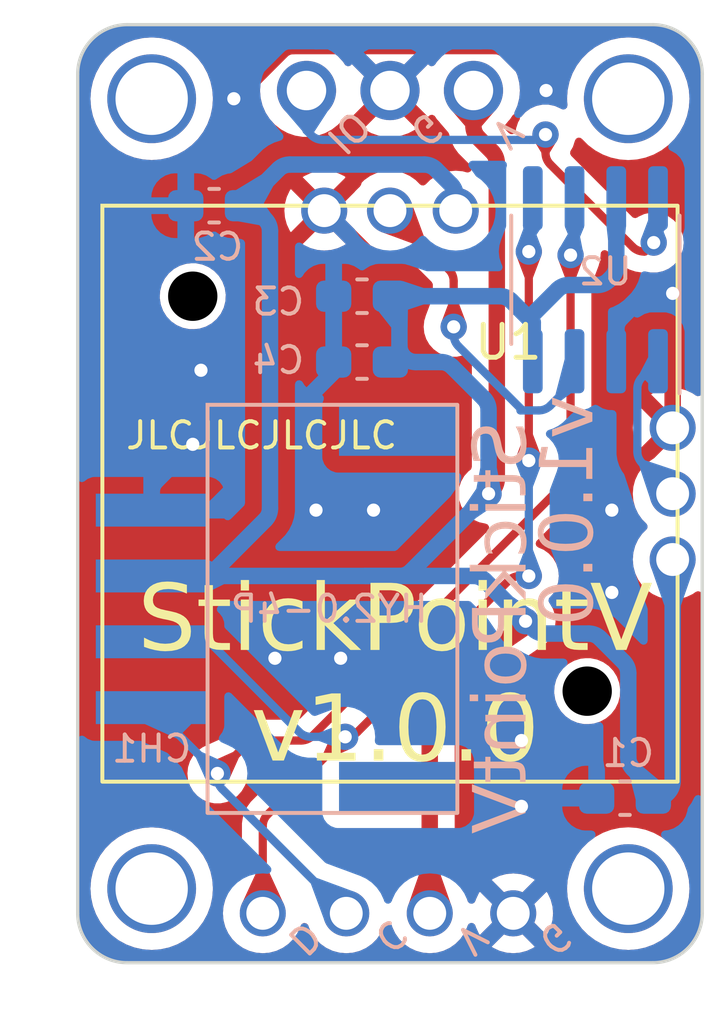
<source format=kicad_pcb>
(kicad_pcb (version 20221018) (generator pcbnew)
  (layers (0 "F.Cu" signal) (31 "B.Cu" signal) (34 "B.Paste" user) (35 "F.Paste" user) (36 "B.SilkS" user "B.Silkscreen") (37 "F.SilkS" user "F.Silkscreen") (38 "B.Mask" user) (39 "F.Mask" user) (44 "Edge.Cuts" user))
  (net 0 "")
  (net 1 "+3.3V")
  (net 2 "GND")
  (net 3 "/SCL")
  (net 4 "/SDA")
  (net 5 "/SWDIO")
  (net 6 "/XOUT")
  (net 7 "/YOUT")
  (footprint "$74th:M2_v2" (layer "F.Cu") (at 75.924 72.696)
    (fp_text reference "M2" hide)
    (fp_text value "M2_v2" hide)
    (pad "" thru_hole circle (at 0 0) (size 2.7 2.7) (drill 2.2) (layers "*.Cu" "*.Mask"))
  )
  (footprint "$74th:M2_v2" (layer "F.Cu") (at 75.924 48.696)
    (fp_text reference "M2" hide)
    (fp_text value "M2_v2" hide)
    (pad "" thru_hole circle (at 0 0) (size 2.7 2.7) (drill 2.2) (layers "*.Cu" "*.Mask"))
  )
  (footprint "$74th:JOYSTICK-B10K" (layer "F.Cu") (at 68.674 60.696)
    (fp_text reference "U1" (at 3.6 -4.6 unlocked) (layer "F.SilkS"))
    (fp_text value "joystick-b10k")
    (fp_rect (start -8.75 -8.75) (end 8.75 8.75) (stroke (width 0.12)) (fill none) (layer "F.SilkS"))
    (pad "" np_thru_hole circle (at -6 -6 90) (size 1.5 1.5) (drill 1.5) (layers "*.Mask"))
    (pad "" np_thru_hole circle (at 6 6 90) (size 1.5 1.5) (drill 1.5) (layers "*.Mask"))
    (pad "1" thru_hole circle (at 2 -8.6) (size 1.4 1.4) (drill 1) (layers "*.Cu" "*.Mask") (net 1 "+3.3V"))
    (pad "2" thru_hole circle (at 0 -8.6) (size 1.4 1.4) (drill 1) (layers "*.Cu" "*.Mask") (net 6 "/XOUT"))
    (pad "3" thru_hole circle (at -2 -8.6) (size 1.4 1.4) (drill 1) (layers "*.Cu" "*.Mask") (net 2 "GND"))
    (pad "4" thru_hole circle (at 8.6 2 90) (size 1.4 1.4) (drill 1) (layers "*.Cu" "*.Mask") (net 1 "+3.3V"))
    (pad "5" thru_hole circle (at 8.6 0 90) (size 1.4 1.4) (drill 1) (layers "*.Cu" "*.Mask") (net 7 "/YOUT"))
    (pad "6" thru_hole circle (at 8.6 -2 90) (size 1.4 1.4) (drill 1) (layers "*.Cu" "*.Mask") (net 2 "GND"))
  )
  (footprint "$74th:M2_v2" (layer "F.Cu") (at 61.424 48.696)
    (fp_text reference "M2" hide)
    (fp_text value "M2_v2" hide)
    (pad "" thru_hole circle (at 0 0) (size 2.7 2.7) (drill 2.2) (layers "*.Cu" "*.Mask"))
  )
  (footprint "$74th:M2_v2" (layer "F.Cu") (at 61.424 72.696)
    (fp_text reference "M2" hide)
    (fp_text value "M2_v2" hide)
    (pad "" thru_hole circle (at 0 0) (size 2.7 2.7) (drill 2.2) (layers "*.Cu" "*.Mask"))
  )
  (footprint "$74th:I2C_Breakout" (layer "B.Cu") (at 72.424 73.446 90)
    (fp_text reference "CH3" hide)
    (fp_text value "I2C_Breakout")
    (fp_text user "D" (at -0.762 -6.35 225 unlocked) (layer "B.SilkS") (effects (font (size 0.8 0.8) (thickness 0.12)) (justify mirror)))
    (fp_text user "G" (at -0.762 1.27 225 unlocked) (layer "B.SilkS") (effects (font (size 0.8 0.8) (thickness 0.12)) (justify mirror)))
    (fp_text user "V" (at -0.762 -1.27 225 unlocked) (layer "B.SilkS") (effects (font (size 0.8 0.8) (thickness 0.12)) (justify mirror)))
    (fp_text user "C" (at -1.016 -4.064 225 unlocked) (layer "B.SilkS") (effects (font (size 0.8 0.8) (thickness 0.12)) (justify left mirror)))
    (pad "1" thru_hole circle (at 0 0 90) (size 1.4 1.4) (drill 1) (layers "*.Cu" "*.Mask") (net 2 "GND"))
    (pad "2" thru_hole circle (at 0 -2.54 90) (size 1.4 1.4) (drill 1) (layers "*.Cu" "*.Mask") (net 1 "+3.3V"))
    (pad "3" thru_hole circle (at 0 -5.08 90) (size 1.4 1.4) (drill 1) (layers "*.Cu" "*.Mask") (net 3 "/SCL"))
    (pad "4" thru_hole circle (at 0 -7.62 90) (size 1.4 1.4) (drill 1) (layers "*.Cu" "*.Mask") (net 4 "/SDA"))
  )
  (footprint "$74th:Capacitor_0603_1608" (layer "B.Cu") (at 67.924 54.696 180)
    (fp_text reference "C3" (at 2.646 -0.168) (layer "B.SilkS") (effects (font (size 0.8 0.8) (thickness 0.12)) (justify mirror)))
    (fp_text value "100n")
    (fp_line (start -0.046267 -0.51) (end 0.246267 -0.51) (stroke (width 0.12)) (layer "B.SilkS"))
    (fp_line (start -0.046267 0.51) (end 0.246267 0.51) (stroke (width 0.12)) (layer "B.SilkS"))
    (pad "1" smd roundrect (at -0.7625 0 180) (size 1.075 0.95) (layers "B.Cu" "B.Paste" "B.Mask") (net 1 "+3.3V"))
    (pad "2" smd roundrect (at 0.9625 0 180) (size 1.075 0.95) (layers "B.Cu" "B.Paste" "B.Mask") (net 2 "GND"))
  )
  (footprint "$74th:HY2.0_Socket_SMD_4Pin" (layer "B.Cu") (at 61.424 64.196 -90)
    (fp_text reference "CH1" (at 4.25 0 unlocked) (layer "B.SilkS") (effects (font (size 0.8 0.8) (thickness 0.12)) (justify mirror)))
    (fp_text value "I2C_Grove")
    (fp_text user "HY2.0-4P" (at 0 -5.4 unlocked) (layer "B.SilkS") (effects (font (size 0.8 0.8) (thickness 0.12)) (justify mirror)))
    (fp_rect (start -6.2 -1.7) (end 6.2 -9.3) (stroke (width 0.12)) (fill none) (layer "B.SilkS"))
    (pad "" smd rect (at -5.4 -7.5 90) (size 1.5 3.6) (layers "B.Cu" "B.Paste" "B.Mask"))
    (pad "" smd rect (at 5.4 -7.5 90) (size 1.5 3.6) (layers "B.Cu" "B.Paste" "B.Mask"))
    (pad "1" smd rect (at 3 0 90) (size 1 3.4) (layers "B.Cu" "B.Paste" "B.Mask") (net 3 "/SCL"))
    (pad "2" smd rect (at 1 0 90) (size 1 3.4) (layers "B.Cu" "B.Paste" "B.Mask") (net 4 "/SDA"))
    (pad "3" smd rect (at -1 0 90) (size 1 3.4) (layers "B.Cu" "B.Paste" "B.Mask") (net 1 "+3.3V"))
    (pad "4" smd rect (at -3 0 90) (size 1 3.4) (layers "B.Cu" "B.Paste" "B.Mask") (net 2 "GND"))
  )
  (footprint "$74th:Capacitor_0603_1608" (layer "B.Cu") (at 67.924 56.696 180)
    (fp_text reference "C4" (at 2.646 0.054) (layer "B.SilkS") (effects (font (size 0.8 0.8) (thickness 0.12)) (justify mirror)))
    (fp_text value "1u")
    (fp_line (start -0.046267 -0.51) (end 0.246267 -0.51) (stroke (width 0.12)) (layer "B.SilkS"))
    (fp_line (start -0.046267 0.51) (end 0.246267 0.51) (stroke (width 0.12)) (layer "B.SilkS"))
    (pad "1" smd roundrect (at -0.7625 0 180) (size 1.075 0.95) (layers "B.Cu" "B.Paste" "B.Mask") (net 1 "+3.3V"))
    (pad "2" smd roundrect (at 0.9625 0 180) (size 1.075 0.95) (layers "B.Cu" "B.Paste" "B.Mask") (net 2 "GND"))
  )
  (footprint "$74th:SWD-1Wire" (layer "B.Cu") (at 68.674 48.446 90)
    (fp_text reference "CH2" hide)
    (fp_text value "SWD")
    (fp_text user "IO" (at -1.27 -1.27 225 unlocked) (layer "B.SilkS") (effects (font (size 0.8 0.8) (thickness 0.12)) (justify mirror)))
    (fp_text user "V" (at -1.27 3.556 225 unlocked) (layer "B.SilkS") (effects (font (size 0.8 0.8) (thickness 0.12)) (justify mirror)))
    (fp_text user "G" (at -1.524 0.762 225 unlocked) (layer "B.SilkS") (effects (font (size 0.8 0.8) (thickness 0.12)) (justify left mirror)))
    (pad "1" thru_hole circle (at 0 2.54 90) (size 1.8 1.8) (drill 1.2) (layers "*.Cu" "*.Mask") (net 1 "+3.3V"))
    (pad "2" thru_hole circle (at 0 0 90) (size 1.8 1.8) (drill 1.2) (layers "*.Cu" "*.Mask") (net 2 "GND"))
    (pad "3" thru_hole circle (at 0 -2.54 90) (size 1.8 1.8) (drill 1.2) (layers "*.Cu" "*.Mask") (net 5 "/SWDIO"))
  )
  (footprint "$74th:Capacitor_0603_1608" (layer "B.Cu") (at 75.924 69.946 180)
    (fp_text reference "C1" (at 0 1.366) (layer "B.SilkS") (effects (font (size 0.8 0.8) (thickness 0.12)) (justify mirror)))
    (fp_text value "100n")
    (fp_line (start -0.046267 -0.51) (end 0.246267 -0.51) (stroke (width 0.12)) (layer "B.SilkS"))
    (fp_line (start -0.046267 0.51) (end 0.246267 0.51) (stroke (width 0.12)) (layer "B.SilkS"))
    (pad "1" smd roundrect (at -0.7625 0 180) (size 1.075 0.95) (layers "B.Cu" "B.Paste" "B.Mask") (net 1 "+3.3V"))
    (pad "2" smd roundrect (at 0.9625 0 180) (size 1.075 0.95) (layers "B.Cu" "B.Paste" "B.Mask") (net 2 "GND"))
  )
  (footprint "$74th:Capacitor_0603_1608" (layer "B.Cu") (at 63.424 51.946 180)
    (fp_text reference "C2" (at 0 -1.25) (layer "B.SilkS") (effects (font (size 0.8 0.8) (thickness 0.12)) (justify mirror)))
    (fp_text value "100n")
    (fp_line (start -0.046267 -0.51) (end 0.246267 -0.51) (stroke (width 0.12)) (layer "B.SilkS"))
    (fp_line (start -0.046267 0.51) (end 0.246267 0.51) (stroke (width 0.12)) (layer "B.SilkS"))
    (pad "1" smd roundrect (at -0.7625 0 180) (size 1.075 0.95) (layers "B.Cu" "B.Paste" "B.Mask") (net 1 "+3.3V"))
    (pad "2" smd roundrect (at 0.9625 0 180) (size 1.075 0.95) (layers "B.Cu" "B.Paste" "B.Mask") (net 2 "GND"))
  )
  (footprint "Package_SO:SOIC-8_3.9x4.9mm_P1.27mm" (layer "B.Cu") (at 74.924 54.196 90)
    (fp_text reference "U2" (at 0.25 0.3) (layer "B.SilkS") (effects (font (size 0.8 0.8) (thickness 0.12)) (justify mirror)))
    (fp_text value "CH32V003J4M6")
    (fp_line (start 0 -2.56) (end -1.95 -2.56) (stroke (width 0.12)) (layer "B.SilkS"))
    (fp_line (start 0 -2.56) (end 1.95 -2.56) (stroke (width 0.12)) (layer "B.SilkS"))
    (fp_line (start 0 2.56) (end -3.45 2.56) (stroke (width 0.12)) (layer "B.SilkS"))
    (fp_line (start 0 2.56) (end 1.95 2.56) (stroke (width 0.12)) (layer "B.SilkS"))
    (pad "1" smd roundrect (at -2.475 1.905 90) (size 1.95 0.6) (layers "B.Cu" "B.Paste" "B.Mask") (net 7 "/YOUT"))
    (pad "2" smd roundrect (at -2.475 0.635 90) (size 1.95 0.6) (layers "B.Cu" "B.Paste" "B.Mask") (net 2 "GND"))
    (pad "3" smd roundrect (at -2.475 -0.635 90) (size 1.95 0.6) (layers "B.Cu" "B.Paste" "B.Mask") (net 6 "/XOUT"))
    (pad "4" smd roundrect (at -2.475 -1.905 90) (size 1.95 0.6) (layers "B.Cu" "B.Paste" "B.Mask") (net 1 "+3.3V"))
    (pad "5" smd roundrect (at 2.475 -1.905 90) (size 1.95 0.6) (layers "B.Cu" "B.Paste" "B.Mask") (net 4 "/SDA"))
    (pad "6" smd roundrect (at 2.475 -0.635 90) (size 1.95 0.6) (layers "B.Cu" "B.Paste" "B.Mask") (net 3 "/SCL"))
    (pad "7" smd roundrect (at 2.475 0.635 90) (size 1.95 0.6) (layers "B.Cu" "B.Paste" "B.Mask") (net 1 "+3.3V"))
    (pad "8" smd roundrect (at 2.475 1.905 90) (size 1.95 0.6) (layers "B.Cu" "B.Paste" "B.Mask") (net 5 "/SWDIO"))
  )
  (gr_line (start 78.174 47.946) (end 78.174 73.446) (stroke (width 0.1)) (layer "Edge.Cuts"))
  (gr_arc (start 60.674 74.946) (mid 59.61334 74.50666) (end 59.174 73.446) (stroke (width 0.1)) (layer "Edge.Cuts"))
  (gr_arc (start 78.174 73.446) (mid 77.73466 74.50666) (end 76.674 74.946) (stroke (width 0.1)) (layer "Edge.Cuts"))
  (gr_arc (start 76.674 46.446) (mid 77.73466 46.88534) (end 78.174 47.946) (stroke (width 0.1)) (layer "Edge.Cuts"))
  (gr_line (start 59.174 73.446) (end 59.174 47.946) (stroke (width 0.1)) (layer "Edge.Cuts"))
  (gr_line (start 76.674 74.946) (end 60.674 74.946) (stroke (width 0.1)) (layer "Edge.Cuts"))
  (gr_arc (start 59.174 47.946) (mid 59.61334 46.88534) (end 60.674 46.446) (stroke (width 0.1)) (layer "Edge.Cuts"))
  (gr_line (start 60.674 46.446) (end 76.674 46.446) (stroke (width 0.1)) (layer "Edge.Cuts"))
  (gr_text "StickPointV" (at 72.136 64.77 90) (layer "B.SilkS") (effects (font (size 1.6 1.6) (thickness 0.12)) (justify mirror)))
  (gr_text "v1.0.0" (at 74.168 61.214 90) (layer "B.SilkS") (effects (font (size 1.6 1.6) (thickness 0.12)) (justify mirror)))
  (gr_text "StickPointV\nv1.0.0" (at 68.834 66.294) (layer "F.SilkS") (effects (font (size 2 2))))
  (gr_text "JLCJLCJLCJLC" (at 64.77 58.928) (layer "F.SilkS") (effects (font (size 0.8 0.8) (thickness 0.12))))
  (segment (start 71.360447 49.882447) (end 71.777554 50.299554) (width 0.5) (layer "F.Cu") (net 1))
  (segment (start 70.030447 67.339553) (end 72.799 64.571) (width 0.5) (layer "F.Cu") (net 1))
  (segment (start 69.884 73.446) (end 69.884 67.693107) (width 0.5) (layer "F.Cu") (net 1))
  (segment (start 71.777553 60.592447) (end 71.674 60.696) (width 0.5) (layer "F.Cu") (net 1))
  (segment (start 71.924 50.653107) (end 71.924 60.238893) (width 0.5) (layer "F.Cu") (net 1))
  (segment (start 71.214 48.446) (end 71.214 49.528893) (width 0.5) (layer "F.Cu") (net 1))
  (via (at 71.674 60.696) (size 0.8) (drill 0.4) (layers "F.Cu" "B.Cu") (net 1))
  (via (at 72.799 64.571) (size 0.8) (drill 0.4) (layers "F.Cu" "B.Cu") (net 1))
  (arc (start 69.884 67.693107) (mid 69.92206 67.501765) (end 70.030447 67.339553) (width 0.5) (layer "F.Cu") (net 1))
  (arc (start 71.924 60.238893) (mid 71.88594 60.430235) (end 71.777553 60.592447) (width 0.5) (layer "F.Cu") (net 1))
  (arc (start 71.214 49.528893) (mid 71.25206 49.720235) (end 71.360447 49.882447) (width 0.5) (layer "F.Cu") (net 1))
  (arc (start 71.924 50.653107) (mid 71.88594 50.461766) (end 71.777554 50.299554) (width 0.5) (layer "F.Cu") (net 1))
  (segment (start 72.898 55.372) (end 72.368446 54.842446) (width 0.5) (layer "B.Cu") (net 1))
  (segment (start 72.898 55.372) (end 73.767554 54.502446) (width 0.5) (layer "B.Cu") (net 1))
  (segment (start 61.424 63.196) (end 62.966893 63.196) (width 0.5) (layer "B.Cu") (net 1))
  (segment (start 75.330447 54.209553) (end 75.412554 54.127446) (width 0.5) (layer "B.Cu") (net 1))
  (segment (start 71.674 63.446) (end 72.799 64.571) (width 0.5) (layer "B.Cu") (net 1))
  (segment (start 64.4615 51.6585) (end 65.277554 50.842446) (width 0.5) (layer "B.Cu") (net 1))
  (segment (start 68.966893 63.196) (end 67.924 63.196) (width 0.5) (layer "B.Cu") (net 1))
  (segment (start 75.070447 65.092447) (end 75.777554 65.799554) (width 0.5) (layer "B.Cu") (net 1))
  (segment (start 61.424 63.196) (end 67.924 63.196) (width 0.5) (layer "B.Cu") (net 1))
  (segment (start 65.631107 50.696) (end 69.716893 50.696) (width 0.5) (layer "B.Cu") (net 1))
  (segment (start 74.121107 54.356) (end 74.976893 54.356) (width 0.5) (layer "B.Cu") (net 1))
  (segment (start 72.799 64.571) (end 73.027554 64.799554) (width 0.5) (layer "B.Cu") (net 1))
  (segment (start 67.924 63.196) (end 71.216893 63.196) (width 0.5) (layer "B.Cu") (net 1))
  (segment (start 64.877553 52.362053) (end 64.607946 52.092446) (width 0.5) (layer "B.Cu") (net 1))
  (segment (start 71.674 60.696) (end 69.320446 63.049554) (width 0.5) (layer "B.Cu") (net 1))
  (segment (start 70.216893 56.696) (end 69.4615 56.696) (width 0.5) (layer "B.Cu") (net 1))
  (segment (start 75.924 66.153107) (end 75.924 68.701393) (width 0.5) (layer "B.Cu") (net 1))
  (segment (start 75.559 53.773893) (end 75.559 51.721) (width 0.5) (layer "B.Cu") (net 1))
  (segment (start 71.674 60.696) (end 71.674 58.153107) (width 0.5) (layer "B.Cu") (net 1))
  (segment (start 70.674 51.653107) (end 70.674 52.096) (width 0.5) (layer "B.Cu") (net 1))
  (segment (start 77.127553 69.779947) (end 76.9615 69.946) (width 0.5) (layer "B.Cu") (net 1))
  (segment (start 68.9615 54.696) (end 68.9615 56.196) (width 0.5) (layer "B.Cu") (net 1))
  (segment (start 63.320447 63.049553) (end 64.877554 61.492446) (width 0.5) (layer "B.Cu") (net 1))
  (segment (start 73.019 55.493) (end 72.898 55.372) (width 0.5) (layer "B.Cu") (net 1))
  (segment (start 64.4615 51.738893) (end 64.4615 51.6585) (width 0.5) (layer "B.Cu") (net 1))
  (segment (start 72.014893 54.696) (end 68.6865 54.696) (width 0.5) (layer "B.Cu") (net 1))
  (segment (start 70.070447 50.842447) (end 70.527554 51.299554) (width 0.5) (layer "B.Cu") (net 1))
  (segment (start 65.024 61.138893) (end 65.024 52.715607) (width 0.5) (layer "B.Cu") (net 1))
  (segment (start 77.274 62.696) (end 77.274 69.426393) (width 0.5) (layer "B.Cu") (net 1))
  (segment (start 71.527553 57.799553) (end 70.570446 56.842446) (width 0.5) (layer "B.Cu") (net 1))
  (segment (start 71.570447 63.342447) (end 71.674 63.446) (width 0.5) (layer "B.Cu") (net 1))
  (segment (start 76.070447 69.054947) (end 76.9615 69.946) (width 0.5) (layer "B.Cu") (net 1))
  (segment (start 73.019 56.671) (end 73.019 55.493) (width 0.5) (layer "B.Cu") (net 1))
  (segment (start 73.381107 64.946) (end 74.716893 64.946) (width 0.5) (layer "B.Cu") (net 1))
  (arc (start 71.527553 57.799553) (mid 71.63594 57.961765) (end 71.674 58.153107) (width 0.5) (layer "B.Cu") (net 1))
  (arc (start 64.607946 52.092446) (mid 64.49956 51.930234) (end 64.4615 51.738893) (width 0.5) (layer "B.Cu") (net 1))
  (arc (start 70.570446 56.842446) (mid 70.408234 56.73406) (end 70.216893 56.696) (width 0.5) (layer "B.Cu") (net 1))
  (arc (start 70.674 51.653107) (mid 70.63594 51.461766) (end 70.527554 51.299554) (width 0.5) (layer "B.Cu") (net 1))
  (arc (start 65.024 52.715607) (mid 64.98594 52.524265) (end 64.877553 52.362053) (width 0.5) (layer "B.Cu") (net 1))
  (arc (start 68.9615 56.196) (mid 69.107947 56.549553) (end 69.4615 56.696) (width 0.5) (layer "B.Cu") (net 1))
  (arc (start 75.924 66.153107) (mid 75.88594 65.961766) (end 75.777554 65.799554) (width 0.5) (layer "B.Cu") (net 1))
  (arc (start 75.330447 54.209553) (mid 75.168235 54.31794) (end 74.976893 54.356) (width 0.5) (layer "B.Cu") (net 1))
  (arc (start 69.716893 50.696) (mid 69.908235 50.73406) (end 70.070447 50.842447) (width 0.5) (layer "B.Cu") (net 1))
  (arc (start 73.027554 64.799554) (mid 73.189766 64.90794) (end 73.381107 64.946) (width 0.5) (layer "B.Cu") (net 1))
  (arc (start 69.320446 63.049554) (mid 69.158234 63.15794) (end 68.966893 63.196) (width 0.5) (layer "B.Cu") (net 1))
  (arc (start 75.070447 65.092447) (mid 74.908235 64.98406) (end 74.716893 64.946) (width 0.5) (layer "B.Cu") (net 1))
  (arc (start 72.368446 54.842446) (mid 72.206234 54.73406) (end 72.014893 54.696) (width 0.5) (layer "B.Cu") (net 1))
  (arc (start 71.216893 63.196) (mid 71.408235 63.23406) (end 71.570447 63.342447) (width 0.5) (layer "B.Cu") (net 1))
  (arc (start 75.412554 54.127446) (mid 75.52094 53.965234) (end 75.559 53.773893) (width 0.5) (layer "B.Cu") (net 1))
  (arc (start 65.631107 50.696) (mid 65.439766 50.73406) (end 65.277554 50.842446) (width 0.5) (layer "B.Cu") (net 1))
  (arc (start 73.767554 54.502446) (mid 73.929766 54.39406) (end 74.121107 54.356) (width 0.5) (layer "B.Cu") (net 1))
  (arc (start 75.924 68.701393) (mid 75.96206 68.892735) (end 76.070447 69.054947) (width 0.5) (layer "B.Cu") (net 1))
  (arc (start 63.320447 63.049553) (mid 63.158235 63.15794) (end 62.966893 63.196) (width 0.5) (layer "B.Cu") (net 1))
  (arc (start 77.274 69.426393) (mid 77.23594 69.617735) (end 77.127553 69.779947) (width 0.5) (layer "B.Cu") (net 1))
  (arc (start 65.024 61.138893) (mid 64.98594 61.330234) (end 64.877554 61.492446) (width 0.5) (layer "B.Cu") (net 1))
  (segment (start 77.274 54.61) (end 77.274 58.696) (width 0.5) (layer "F.Cu") (net 2))
  (segment (start 66.674 52.096) (end 64.008 49.43) (width 0.5) (layer "F.Cu") (net 2))
  (segment (start 64.008 48.78) (end 63.924 48.696) (width 0.5) (layer "F.Cu") (net 2))
  (segment (start 67.564 49.556) (end 68.674 48.446) (width 0.5) (layer "F.Cu") (net 2))
  (segment (start 68.326 61.044) (end 68.174 61.196) (width 0.5) (layer "F.Cu") (net 2))
  (segment (start 66.674 52.096) (end 65.024 53.746) (width 0.5) (layer "F.Cu") (net 2))
  (segment (start 66.674 52.096) (end 67.564 51.206) (width 0.5) (layer "F.Cu") (net 2))
  (segment (start 68.326 53.748) (end 68.326 61.044) (width 0.5) (layer "F.Cu") (net 2))
  (segment (start 72.220447 47.242447) (end 73.424 48.446) (width 0.5) (layer "F.Cu") (net 2))
  (segment (start 66.674 52.096) (end 68.326 53.748) (width 0.5) (layer "F.Cu") (net 2))
  (segment (start 63.924 48.696) (end 65.377554 47.242446) (width 0.5) (layer "F.Cu") (net 2))
  (segment (start 65.024 53.746) (end 65.024 59.796) (width 0.5) (layer "F.Cu") (net 2))
  (segment (start 64.008 49.43) (end 64.008 48.78) (width 0.5) (layer "F.Cu") (net 2))
  (segment (start 65.731107 47.096) (end 71.866893 47.096) (width 0.5) (layer "F.Cu") (net 2))
  (segment (start 67.564 51.206) (end 67.564 49.556) (width 0.5) (layer "F.Cu") (net 2))
  (segment (start 65.024 59.796) (end 66.424 61.196) (width 0.5) (layer "F.Cu") (net 2))
  (via (at 68.174 61.196) (size 0.8) (drill 0.4) (layers "F.Cu" "B.Cu") (net 2))
  (via (at 72.674 68.196) (size 0.8) (drill 0.4) (layers "F.Cu" "B.Cu") (net 2))
  (via (at 75.424 61.196) (size 0.8) (drill 0.4) (layers "F.Cu" "B.Cu") (net 2))
  (via (at 66.424 61.196) (size 0.8) (drill 0.4) (layers "F.Cu" "B.Cu") (net 2))
  (via (at 73.424 48.446) (size 0.8) (drill 0.4) (layers "F.Cu" "B.Cu") (net 2))
  (via (at 62.674 59.196) (size 0.8) (drill 0.4) (layers "F.Cu" "B.Cu") (net 2))
  (via (at 77.274 54.61) (size 0.8) (drill 0.4) (layers "F.Cu" "B.Cu") (net 2))
  (via (at 72.674 70.196) (size 0.8) (drill 0.4) (layers "F.Cu" "B.Cu") (net 2))
  (via (at 65.174 65.696) (size 0.8) (drill 0.4) (layers "F.Cu" "B.Cu") (net 2))
  (via (at 63.924 48.696) (size 0.8) (drill 0.4) (layers "F.Cu" "B.Cu") (net 2))
  (via (at 75.424 63.696) (size 0.8) (drill 0.4) (layers "F.Cu" "B.Cu") (net 2))
  (via (at 62.924 56.946) (size 0.8) (drill 0.4) (layers "F.Cu" "B.Cu") (net 2))
  (via (at 67.174 65.696) (size 0.8) (drill 0.4) (layers "F.Cu" "B.Cu") (net 2))
  (arc (start 65.731107 47.096) (mid 65.539766 47.13406) (end 65.377554 47.242446) (width 0.5) (layer "F.Cu") (net 2))
  (arc (start 72.220447 47.242447) (mid 72.058235 47.13406) (end 71.866893 47.096) (width 0.5) (layer "F.Cu") (net 2))
  (segment (start 63.410447 61.049553) (end 63.861554 60.598446) (width 0.5) (layer "B.Cu") (net 2))
  (segment (start 67.056 56.896) (end 66.294 57.658) (width 0.5) (layer "B.Cu") (net 2))
  (segment (start 75.559 56.671) (end 75.559 55.712107) (width 0.5) (layer "B.Cu") (net 2))
  (segment (start 68.674 48.446) (end 70.027554 47.092446) (width 0.5) (layer "B.Cu") (net 2))
  (segment (start 66.424 46.946) (end 71.424 46.946) (width 0.5) (layer "B.Cu") (net 2))
  (segment (start 66.424 46.946) (end 65.631107 46.946) (width 0.5) (layer "B.Cu") (net 2))
  (segment (start 66.294 61.066) (end 66.424 61.196) (width 0.5) (layer "B.Cu") (net 2))
  (segment (start 63.924 48.653107) (end 63.924 48.696) (width 0.5) (layer "B.Cu") (net 2))
  (segment (start 77.274 54.61) (end 76.454 54.61) (width 0.5) (layer "B.Cu") (net 2))
  (segment (start 75.705447 55.358553) (end 76.454 54.61) (width 0.5) (layer "B.Cu") (net 2))
  (segment (start 68.674 48.446) (end 67.320446 47.092446) (width 0.5) (layer "B.Cu") (net 2))
  (segment (start 65.277553 47.092447) (end 64.070446 48.299554) (width 0.5) (layer "B.Cu") (net 2))
  (segment (start 75.946 55.118) (end 75.692 55.372) (width 0.5) (layer "B.Cu") (net 2))
  (segment (start 66.294 57.658) (end 66.294 61.066) (width 0.5) (layer "B.Cu") (net 2))
  (segment (start 76.454 54.61) (end 75.946 55.118) (width 0.5) (layer "B.Cu") (net 2))
  (segment (start 63.861553 57.511553) (end 63.442446 57.092446) (width 0.5) (layer "B.Cu") (net 2))
  (segment (start 64.008 60.244893) (end 64.008 57.865107) (width 0.5) (layer "B.Cu") (net 2))
  (segment (start 66.9615 56.8015) (end 67.056 56.896) (width 0.5) (layer "B.Cu") (net 2))
  (segment (start 66.9615 56.696) (end 66.9615 54.696) (width 0.5) (layer "B.Cu") (net 2))
  (segment (start 70.381107 46.946) (end 71.424 46.946) (width 0.5) (layer "B.Cu") (net 2))
  (segment (start 61.424 61.196) (end 63.056893 61.196) (width 0.5) (layer "B.Cu") (net 2))
  (segment (start 72.070447 47.092447) (end 73.424 48.446) (width 0.5) (layer "B.Cu") (net 2))
  (segment (start 66.9615 56.696) (end 66.9615 56.8015) (width 0.5) (layer "B.Cu") (net 2))
  (segment (start 66.966893 46.946) (end 66.424 46.946) (width 0.5) (layer "B.Cu") (net 2))
  (segment (start 61.570447 60.299553) (end 62.674 59.196) (width 0.5) (layer "B.Cu") (net 2))
  (segment (start 71.424 46.946) (end 71.716893 46.946) (width 0.5) (layer "B.Cu") (net 2))
  (segment (start 63.088893 56.946) (end 62.924 56.946) (width 0.5) (layer "B.Cu") (net 2))
  (segment (start 61.424 61.196) (end 61.424 60.653107) (width 0.5) (layer "B.Cu") (net 2))
  (arc (start 63.442446 57.092446) (mid 63.280234 56.98406) (end 63.088893 56.946) (width 0.5) (layer "B.Cu") (net 2))
  (arc (start 63.861554 60.598446) (mid 63.96994 60.436234) (end 64.008 60.244893) (width 0.5) (layer "B.Cu") (net 2))
  (arc (start 65.631107 46.946) (mid 65.439765 46.98406) (end 65.277553 47.092447) (width 0.5) (layer "B.Cu") (net 2))
  (arc (start 64.070446 48.299554) (mid 63.96206 48.461766) (end 63.924 48.653107) (width 0.5) (layer "B.Cu") (net 2))
  (arc (start 70.381107 46.946) (mid 70.189766 46.98406) (end 70.027554 47.092446) (width 0.5) (layer "B.Cu") (net 2))
  (arc (start 61.570447 60.299553) (mid 61.46206 60.461765) (end 61.424 60.653107) (width 0.5) (layer "B.Cu") (net 2))
  (arc (start 66.966893 46.946) (mid 67.158234 46.98406) (end 67.320446 47.092446) (width 0.5) (layer "B.Cu") (net 2))
  (arc (start 72.070447 47.092447) (mid 71.908235 46.98406) (end 71.716893 46.946) (width 0.5) (layer "B.Cu") (net 2))
  (arc (start 63.410447 61.049553) (mid 63.248235 61.15794) (end 63.056893 61.196) (width 0.5) (layer "B.Cu") (net 2))
  (arc (start 75.705447 55.358553) (mid 75.59706 55.520765) (end 75.559 55.712107) (width 0.5) (layer "B.Cu") (net 2))
  (arc (start 64.008 57.865107) (mid 63.96994 57.673765) (end 63.861553 57.511553) (width 0.5) (layer "B.Cu") (net 2))
  (segment (start 74.168 53.4465) (end 74.168 59.994893) (width 0.25) (layer "F.Cu") (net 3))
  (segment (start 65.966893 68.196) (end 64.631107 68.196) (width 0.25) (layer "F.Cu") (net 3))
  (segment (start 74.021553 60.348447) (end 66.320446 68.049554) (width 0.25) (layer "F.Cu") (net 3))
  (segment (start 64.277553 68.342447) (end 63.424 69.196) (width 0.25) (layer "F.Cu") (net 3))
  (via (at 63.424 69.196) (size 0.8) (drill 0.4) (layers "F.Cu" "B.Cu") (net 3))
  (via (at 74.168 53.4465) (size 0.8) (drill 0.4) (layers "F.Cu" "B.Cu") (net 3))
  (arc (start 74.021553 60.348447) (mid 74.12994 60.186235) (end 74.168 59.994893) (width 0.25) (layer "F.Cu") (net 3))
  (arc (start 64.277553 68.342447) (mid 64.439765 68.23406) (end 64.631107 68.196) (width 0.25) (layer "F.Cu") (net 3))
  (arc (start 66.320446 68.049554) (mid 66.158234 68.15794) (end 65.966893 68.196) (width 0.25) (layer "F.Cu") (net 3))
  (segment (start 74.289 51.721) (end 74.289 53.3255) (width 0.25) (layer "B.Cu") (net 3))
  (segment (start 63.424 69.318893) (end 63.424 69.196) (width 0.25) (layer "B.Cu") (net 3))
  (segment (start 67.344 73.446) (end 63.570446 69.672446) (width 0.25) (layer "B.Cu") (net 3))
  (segment (start 63.424 69.196) (end 61.424 67.196) (width 0.25) (layer "B.Cu") (net 3))
  (segment (start 74.289 53.3255) (end 74.168 53.4465) (width 0.25) (layer "B.Cu") (net 3))
  (arc (start 63.570446 69.672446) (mid 63.46206 69.510234) (end 63.424 69.318893) (width 0.25) (layer "B.Cu") (net 3))
  (segment (start 67.311299 68.083299) (end 64.950446 70.444152) (width 0.25) (layer "F.Cu") (net 4))
  (segment (start 72.277553 63.342447) (end 67.683147 67.936853) (width 0.25) (layer "F.Cu") (net 4))
  (segment (start 64.804 70.797705) (end 64.804 73.446) (width 0.25) (layer "F.Cu") (net 4))
  (segment (start 72.898 59.69) (end 72.898 53.34) (width 0.25) (layer "F.Cu") (net 4))
  (segment (start 67.329594 68.083299) (end 67.311299 68.083299) (width 0.25) (layer "F.Cu") (net 4))
  (segment (start 72.898 63.196) (end 72.631107 63.196) (width 0.25) (layer "F.Cu") (net 4))
  (via (at 72.898 63.196) (size 0.8) (drill 0.4) (layers "F.Cu" "B.Cu") (net 4))
  (via (at 72.898 59.69) (size 0.8) (drill 0.4) (layers "F.Cu" "B.Cu") (net 4))
  (via (at 67.311299 68.083299) (size 0.8) (drill 0.4) (layers "F.Cu" "B.Cu") (net 4))
  (via (at 72.898 53.34) (size 0.8) (drill 0.4) (layers "F.Cu" "B.Cu") (net 4))
  (arc (start 72.631107 63.196) (mid 72.439765 63.23406) (end 72.277553 63.342447) (width 0.25) (layer "F.Cu") (net 4))
  (arc (start 64.950446 70.444152) (mid 64.84206 70.606364) (end 64.804 70.797705) (width 0.25) (layer "F.Cu") (net 4))
  (arc (start 67.329594 68.083299) (mid 67.520935 68.045239) (end 67.683147 67.936853) (width 0.25) (layer "F.Cu") (net 4))
  (segment (start 67.311299 68.083299) (end 66.268406 68.083299) (width 0.25) (layer "B.Cu") (net 4))
  (segment (start 62.966893 65.196) (end 61.424 65.196) (width 0.25) (layer "B.Cu") (net 4))
  (segment (start 72.874 51.866) (end 73.019 51.721) (width 0.25) (layer "B.Cu") (net 4))
  (segment (start 65.914852 67.936852) (end 63.320446 65.342446) (width 0.25) (layer "B.Cu") (net 4))
  (segment (start 72.898 63.196) (end 72.898 59.69) (width 0.25) (layer "B.Cu") (net 4))
  (segment (start 72.898 53.34) (end 72.898 51.842) (width 0.25) (layer "B.Cu") (net 4))
  (segment (start 72.898 51.842) (end 73.019 51.721) (width 0.25) (layer "B.Cu") (net 4))
  (arc (start 63.320446 65.342446) (mid 63.158234 65.23406) (end 62.966893 65.196) (width 0.25) (layer "B.Cu") (net 4))
  (arc (start 65.914852 67.936852) (mid 66.077064 68.045239) (end 66.268406 68.083299) (width 0.25) (layer "B.Cu") (net 4))
  (segment (start 76.407107 53.34) (end 76.425039 53.34) (width 0.25) (layer "F.Cu") (net 5))
  (segment (start 73.406 49.784) (end 73.406 50.338893) (width 0.25) (layer "F.Cu") (net 5))
  (segment (start 76.425039 53.34) (end 76.697822 53.067217) (width 0.25) (layer "F.Cu") (net 5))
  (segment (start 73.552447 50.692447) (end 76.053554 53.193554) (width 0.25) (layer "F.Cu") (net 5))
  (via (at 76.697822 53.067217) (size 0.8) (drill 0.4) (layers "F.Cu" "B.Cu") (net 5))
  (via (at 73.406 49.784) (size 0.8) (drill 0.4) (layers "F.Cu" "B.Cu") (net 5))
  (arc (start 76.053554 53.193554) (mid 76.215766 53.30194) (end 76.407107 53.34) (width 0.25) (layer "F.Cu") (net 5))
  (arc (start 73.552447 50.692447) (mid 73.44406 50.530235) (end 73.406 50.338893) (width 0.25) (layer "F.Cu") (net 5))
  (segment (start 76.697822 51.852178) (end 76.829 51.721) (width 0.25) (layer "B.Cu") (net 5))
  (segment (start 76.697822 53.067217) (end 76.697822 51.852178) (width 0.25) (layer "B.Cu") (net 5))
  (segment (start 66.277553 49.799553) (end 66.134 49.656) (width 0.25) (layer "B.Cu") (net 5))
  (segment (start 66.134 49.656) (end 66.134 48.446) (width 0.25) (layer "B.Cu") (net 5))
  (segment (start 72.924 49.946) (end 73.036893 49.946) (width 0.25) (layer "B.Cu") (net 5))
  (segment (start 73.390447 49.799553) (end 73.406 49.784) (width 0.25) (layer "B.Cu") (net 5))
  (segment (start 72.924 49.946) (end 66.631107 49.946) (width 0.25) (layer "B.Cu") (net 5))
  (arc (start 66.631107 49.946) (mid 66.439765 49.90794) (end 66.277553 49.799553) (width 0.25) (layer "B.Cu") (net 5))
  (arc (start 73.390447 49.799553) (mid 73.228235 49.90794) (end 73.036893 49.946) (width 0.25) (layer "B.Cu") (net 5))
  (segment (start 70.465553 53.887553) (end 68.674 52.096) (width 0.25) (layer "F.Cu") (net 6))
  (segment (start 70.612 55.626) (end 70.612 54.241107) (width 0.25) (layer "F.Cu") (net 6))
  (via (at 70.612 55.626) (size 0.8) (drill 0.4) (layers "F.Cu" "B.Cu") (net 6))
  (arc (start 70.465553 53.887553) (mid 70.57394 54.049765) (end 70.612 54.241107) (width 0.25) (layer "F.Cu") (net 6))
  (segment (start 73.198893 58.166) (end 72.644 58.166) (width 0.25) (layer "B.Cu") (net 6))
  (segment (start 74.142553 57.429447) (end 73.552446 58.019554) (width 0.25) (layer "B.Cu") (net 6))
  (segment (start 74.174 56.786) (end 74.289 56.671) (width 0.25) (layer "B.Cu") (net 6))
  (segment (start 70.612 55.86372) (end 70.612 55.626) (width 0.25) (layer "B.Cu") (net 6))
  (segment (start 72.644 58.166) (end 72.644 58.102827) (width 0.25) (layer "B.Cu") (net 6))
  (segment (start 72.644 58.102827) (end 70.758446 56.217273) (width 0.25) (layer "B.Cu") (net 6))
  (segment (start 74.289 56.671) (end 74.289 57.075893) (width 0.25) (layer "B.Cu") (net 6))
  (arc (start 73.198893 58.166) (mid 73.390234 58.12794) (end 73.552446 58.019554) (width 0.25) (layer "B.Cu") (net 6))
  (arc (start 70.758446 56.217273) (mid 70.65006 56.055061) (end 70.612 55.86372) (width 0.25) (layer "B.Cu") (net 6))
  (arc (start 74.142553 57.429447) (mid 74.25094 57.267235) (end 74.289 57.075893) (width 0.25) (layer "B.Cu") (net 6))
  (segment (start 76.2 59.414893) (end 76.2 57.507107) (width 0.25) (layer "B.Cu") (net 7))
  (segment (start 76.346447 57.153553) (end 76.829 56.671) (width 0.25) (layer "B.Cu") (net 7))
  (segment (start 77.274 60.696) (end 76.346446 59.768446) (width 0.25) (layer "B.Cu") (net 7))
  (arc (start 76.2 57.507107) (mid 76.23806 57.315765) (end 76.346447 57.153553) (width 0.25) (layer "B.Cu") (net 7))
  (arc (start 76.2 59.414893) (mid 76.23806 59.606234) (end 76.346446 59.768446) (width 0.25) (layer "B.Cu") (net 7))
  (zone (net 2) (net_name "GND") (layers "F&B.Cu") (connect_pads (clearance 0.508)) (min_thickness 0.254) (fill yes (thermal_gap 0.508) (thermal_bridge_width 0.508))
    (polygon (pts (xy 78.674 75.696) (xy 58.674 75.696) (xy 58.674 45.696) (xy 78.674 45.696)))
  )
)
</source>
